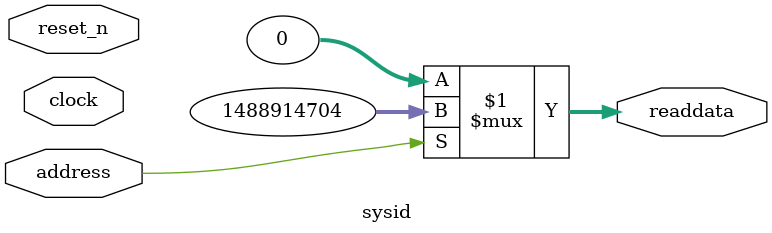
<source format=v>

`timescale 1ns / 1ps
// synthesis translate_on

// turn off superfluous verilog processor warnings 
// altera message_level Level1 
// altera message_off 10034 10035 10036 10037 10230 10240 10030 

module sysid (
               // inputs:
                address,
                clock,
                reset_n,

               // outputs:
                readdata
             )
;

  output  [ 31: 0] readdata;
  input            address;
  input            clock;
  input            reset_n;

  wire    [ 31: 0] readdata;
  //control_slave, which is an e_avalon_slave
  assign readdata = address ? 1488914704 : 0;

endmodule


</source>
